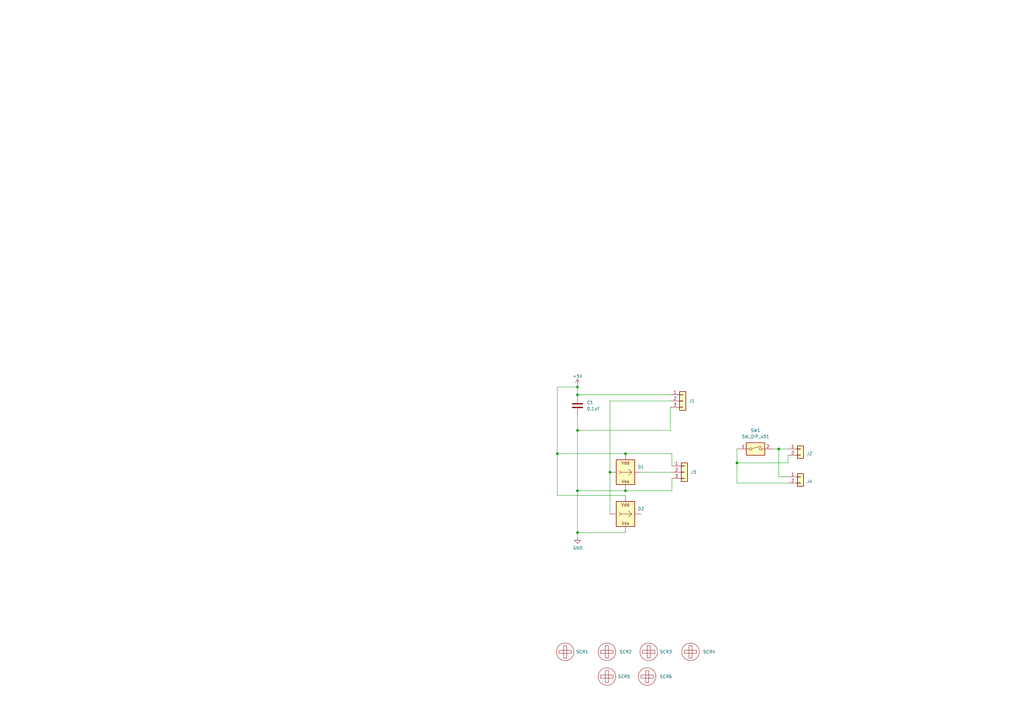
<source format=kicad_sch>
(kicad_sch (version 20211123) (generator eeschema)
  (paper "A3")
  (lib_symbols
    (symbol "Connector_Generic:Conn_01x02" (pin_names (offset 1.016) hide)
      (property "Reference" "J" (at 0 2.54 0))
      (property "Value" "Conn_01x02" (at 0 -5.08 0))
      (symbol "Conn_01x02_1_1"
        (rectangle (start -1.27 -2.413) (end 0 -2.667) (stroke (width 0.1524)))
        (rectangle (start -1.27 0.127) (end 0 -0.127) (stroke (width 0.1524)))
        (rectangle (start -1.27 1.27) (end 1.27 -3.81) (stroke (width 0.254)) (fill (type background)))
        (pin passive line (at -5.08 0 0) (length 3.81) (name "Pin_1") (number "1"))
        (pin passive line (at -5.08 -2.54 0) (length 3.81) (name "Pin_2") (number "2"))
      )
    )
    (symbol "Connector_Generic:Conn_01x03" (pin_names (offset 1.016) hide)
      (property "Reference" "J" (at 0 5.08 0))
      (property "Value" "Conn_01x03" (at 0 -5.08 0))
      (symbol "Conn_01x03_1_1"
        (rectangle (start -1.27 -2.413) (end 0 -2.667) (stroke (width 0.1524)))
        (rectangle (start -1.27 0.127) (end 0 -0.127) (stroke (width 0.1524)))
        (rectangle (start -1.27 2.667) (end 0 2.413) (stroke (width 0.1524)))
        (rectangle (start -1.27 3.81) (end 1.27 -3.81) (stroke (width 0.254)) (fill (type background)))
        (pin passive line (at -5.08 2.54 0) (length 3.81) (name "Pin_1") (number "1"))
        (pin passive line (at -5.08 0 0) (length 3.81) (name "Pin_2") (number "2"))
        (pin passive line (at -5.08 -2.54 0) (length 3.81) (name "Pin_3") (number "3"))
      )
    )
    (symbol "Device:C" (pin_numbers hide) (pin_names (offset 0.254))
      (property "Reference" "C" (at 0.635 2.54 0))
      (property "Value" "C" (at 0.635 -2.54 0))
      (symbol "C_0_1"
        (polyline (pts (xy -2.032 -0.762) (xy 2.032 -0.762)) (stroke (width 0.508)))
        (polyline (pts (xy -2.032 0.762) (xy 2.032 0.762)) (stroke (width 0.508)))
      )
      (symbol "C_1_1"
        (pin passive line (at 0 3.81 270) (length 2.794) (name "~") (number "1"))
        (pin passive line (at 0 -3.81 90) (length 2.794) (name "~") (number "2"))
      )
    )
    (symbol "Switch:SW_DIP_x01" (pin_names (offset 0) hide)
      (property "Reference" "SW" (at 0 3.81 0))
      (property "Value" "SW_DIP_x01" (at 0 -3.81 0))
      (symbol "SW_DIP_x01_0_0"
        (circle (center -2.032 0) (radius 0.508))
        (polyline (pts (xy -1.524 0.127) (xy 2.3622 1.1684)))
        (circle (center 2.032 0) (radius 0.508))
      )
      (symbol "SW_DIP_x01_0_1"
        (rectangle (start -3.81 2.54) (end 3.81 -2.54) (stroke (width 0.254)) (fill (type background)))
      )
      (symbol "SW_DIP_x01_1_1"
        (pin passive line (at -7.62 0 0) (length 5.08) (name "~") (number "1"))
        (pin passive line (at 7.62 0 180) (length 5.08) (name "~") (number "2"))
      )
    )
    (symbol "iidx_teeny:ScrewHole" (pin_names (offset 0) hide)
      (property "Reference" "SCR?" (at 0.635 -5.715 0))
      (symbol "ScrewHole_0_1"
        (rectangle (start -2.54 0.635) (end 2.54 -0.635))
        (rectangle (start -0.635 2.54) (end 0.635 -2.54))
        (circle (center 0 0) (radius 3.5921))
      )
    )
    (symbol "mai_button:WS2812B_Unified" (pin_numbers hide) (pin_names (offset 0.254) hide)
      (property "Reference" "D10" (at 2.54 6.35 0))
      (symbol "WS2812B_Unified_0_0"
        (polyline (pts (xy -1.905 0) (xy 2.54 0) (xy 1.27 1.27)))
        (text "Vdd" (at 0 3.81 0) (effects (font (size 1.27 1.27))))
        (text "Vss" (at 0 -3.81 0) (effects (font (size 1.27 1.27))))
      )
      (symbol "WS2812B_Unified_0_1"
        (rectangle (start -3.81 5.08) (end 3.81 -5.08) (stroke (width 0.254)) (fill (type background)))
        (polyline (pts (xy 1.27 -1.27) (xy 2.54 0)))
        (polyline (pts (xy -2.54 0.635) (xy -1.905 0) (xy -2.54 -0.635)))
      )
      (symbol "WS2812B_Unified_1_1"
        (pin power_in line (at 0 -7.62 90) (length 2.54) (name "VSS") (number "G"))
        (pin input line (at -6.35 0 0) (length 2.54) (name "In") (number "I"))
        (pin output line (at 6.35 0 180) (length 2.54) (name "Out") (number "O"))
        (pin power_in line (at 0 7.62 270) (length 2.54) (name "VDD") (number "V"))
      )
    )
    (symbol "power:+5V" (power) (pin_names (offset 0))
      (property "Value" "+5V" (at 0 3.556 0))
      (symbol "+5V_0_1"
        (polyline (pts (xy -0.762 1.27) (xy 0 2.54)))
        (polyline (pts (xy 0 0) (xy 0 2.54)))
        (polyline (pts (xy 0 2.54) (xy 0.762 1.27)))
      )
      (symbol "+5V_1_1"
        (pin power_in line (at 0 0 90) (length 0) hide (name "+5V") (number "1"))
      )
    )
    (symbol "power:GND" (power) (pin_names (offset 0))
      (property "Value" "GND" (at 0 -3.81 0))
      (symbol "GND_0_1"
        (polyline (pts (xy 0 0) (xy 0 -1.27) (xy 1.27 -1.27) (xy 0 -2.54) (xy -1.27 -1.27) (xy 0 -1.27)))
      )
      (symbol "GND_1_1"
        (pin power_in line (at 0 0 270) (length 0) hide (name "GND") (number "1"))
      )
    )
  )
  (junction (at 236.855 158.75))
  (junction (at 228.6 186.055))
  (junction (at 319.405 184.15))
  (junction (at 256.54 186.055))
  (junction (at 236.855 161.925))
  (junction (at 302.26 189.865))
  (junction (at 256.54 201.295))
  (junction (at 236.855 218.44))
  (junction (at 236.855 201.295))
  (junction (at 250.19 193.675))
  (junction (at 236.855 176.53))
  (wire (pts (xy 228.6 203.2) (xy 228.6 186.055)))
  (wire (pts (xy 323.215 184.15) (xy 319.405 184.15)))
  (wire (pts (xy 302.26 184.15) (xy 302.26 189.865)))
  (wire (pts (xy 323.215 189.865) (xy 323.215 186.69)))
  (wire (pts (xy 256.54 186.055) (xy 228.6 186.055)))
  (wire (pts (xy 236.855 201.295) (xy 236.855 176.53)))
  (wire (pts (xy 302.26 189.865) (xy 323.215 189.865)))
  (wire (pts (xy 256.54 203.2) (xy 228.6 203.2)))
  (wire (pts (xy 236.855 176.53) (xy 236.855 170.18)))
  (wire (pts (xy 236.855 201.295) (xy 256.54 201.295)))
  (wire (pts (xy 228.6 186.055) (xy 228.6 158.75)))
  (wire (pts (xy 250.19 164.465) (xy 250.19 193.675)))
  (wire (pts (xy 274.955 167.005) (xy 274.955 176.53)))
  (wire (pts (xy 236.855 161.925) (xy 274.955 161.925)))
  (wire (pts (xy 236.855 220.345) (xy 236.855 218.44)))
  (wire (pts (xy 274.955 164.465) (xy 250.19 164.465)))
  (wire (pts (xy 302.26 198.12) (xy 323.215 198.12)))
  (wire (pts (xy 319.405 195.58) (xy 323.215 195.58)))
  (wire (pts (xy 236.855 158.115) (xy 236.855 158.75)))
  (wire (pts (xy 275.59 201.295) (xy 256.54 201.295)))
  (wire (pts (xy 250.19 193.675) (xy 250.19 210.82)))
  (wire (pts (xy 319.405 184.15) (xy 317.5 184.15)))
  (wire (pts (xy 275.59 186.055) (xy 275.59 191.135)))
  (wire (pts (xy 228.6 158.75) (xy 236.855 158.75)))
  (wire (pts (xy 236.855 158.75) (xy 236.855 161.925)))
  (wire (pts (xy 236.855 218.44) (xy 236.855 201.295)))
  (wire (pts (xy 236.855 161.925) (xy 236.855 162.56)))
  (wire (pts (xy 236.855 218.44) (xy 256.54 218.44)))
  (wire (pts (xy 275.59 196.215) (xy 275.59 201.295)))
  (wire (pts (xy 274.955 176.53) (xy 236.855 176.53)))
  (wire (pts (xy 319.405 184.15) (xy 319.405 195.58)))
  (wire (pts (xy 256.54 186.055) (xy 275.59 186.055)))
  (wire (pts (xy 302.26 189.865) (xy 302.26 198.12)))
  (wire (pts (xy 262.89 193.675) (xy 275.59 193.675)))
  (symbol (lib_id "iidx_teeny:ScrewHole") (at 248.92 277.495 0) (unit 1)
    (property "Reference" "SCR5" (at 253.365 277.4949 0) (effects (justify left)))
    (property "Value" "ScrewHole" (effects hide))
    (property "Footprint" "mai_button:Hole4.0" (effects hide))
  )
  (symbol (lib_id "mai_button:WS2812B_Unified") (at 256.54 210.82 0) (unit 1)
    (property "Reference" "D2" (at 262.89 208.661 0))
    (property "Value" "WS2812B_Unified" (effects hide))
    (property "Footprint" "mai_button:WS2812B-2835" (effects hide))
  )
  (symbol (lib_id "mai_button:WS2812B_Unified") (at 256.54 193.675 0) (unit 1)
    (property "Reference" "D1" (at 262.89 191.516 0))
    (property "Value" "WS2812B_Unified" (effects hide))
    (property "Footprint" "mai_button:WS2812B-2835" (effects hide))
  )
  (symbol (lib_id "iidx_teeny:ScrewHole") (at 248.92 267.335 0) (unit 1)
    (property "Reference" "SCR2" (at 254 267.3349 0) (effects (justify left)))
    (property "Value" "ScrewHole" (effects hide))
    (property "Footprint" "mai_button:Hole2.5" (effects hide))
  )
  (symbol (lib_id "Switch:SW_DIP_x01") (at 309.88 184.15 0) (unit 1)
    (property "Reference" "SW1" (at 309.88 176.53 0))
    (property "Value" "SW_DIP_x01" (at 309.88 179.07 0))
    (property "Footprint" "mai_button:SW_Kailh_Choc_V1V2_1.00u_LED" (effects hide))
  )
  (symbol (lib_id "iidx_teeny:ScrewHole") (at 265.43 277.495 0) (unit 1)
    (property "Reference" "SCR6" (at 270.51 277.4949 0) (effects (justify left)))
    (property "Value" "ScrewHole" (effects hide))
    (property "Footprint" "mai_button:Hole4.0" (effects hide))
  )
  (symbol (lib_id "Connector_Generic:Conn_01x03") (at 280.67 193.675 0) (unit 1)
    (property "Reference" "J3" (at 283.21 193.675 0) (effects (justify left)))
    (property "Value" "Conn_01x03" (effects hide))
    (property "Footprint" "mai_button:Solder_3P" (effects hide))
  )
  (symbol (lib_id "Connector_Generic:Conn_01x02") (at 328.295 195.58 0) (unit 1)
    (property "Reference" "J4" (at 330.835 197.485 0) (effects (justify left)))
    (property "Value" "Conn_01x02" (effects hide))
    (property "Footprint" "mai_button:Solder_2P" (effects hide))
  )
  (symbol (lib_id "Connector_Generic:Conn_01x03") (at 280.035 164.465 0) (unit 1)
    (property "Reference" "J1" (at 282.575 164.465 0) (effects (justify left)))
    (property "Value" "Conn_01x03" (effects hide))
    (property "Footprint" "mai_button:Solder_3P" (effects hide))
  )
  (symbol (lib_id "Device:C") (at 236.855 166.37 0) (unit 1)
    (property "Reference" "C1" (at 240.665 165.0999 0) (effects (justify left)))
    (property "Value" "0.1uF" (at 240.665 167.6399 0) (effects (justify left)))
    (property "Footprint" "Capacitor_SMD:C_0603_1608Metric_Pad1.08x0.95mm_HandSolder" (effects hide))
  )
  (symbol (lib_id "power:+5V") (at 236.855 158.115 0) (unit 1)
    (property "Reference" "#PWR0107" (effects hide))
    (property "Value" "+5V" (at 236.855 154.305 0))
  )
  (symbol (lib_id "power:GND") (at 236.855 220.345 0) (unit 1)
    (property "Reference" "#PWR0106" (effects hide))
    (property "Value" "GND" (at 236.982 224.7392 0))
  )
  (symbol (lib_id "Connector_Generic:Conn_01x02") (at 328.295 184.15 0) (unit 1)
    (property "Reference" "J2" (at 330.835 186.055 0) (effects (justify left)))
    (property "Value" "Conn_01x02" (effects hide))
    (property "Footprint" "mai_button:Solder_2P" (effects hide))
  )
  (symbol (lib_id "iidx_teeny:ScrewHole") (at 283.21 267.335 0) (unit 1)
    (property "Reference" "SCR4" (at 288.29 267.3349 0) (effects (justify left)))
    (property "Value" "ScrewHole" (effects hide))
    (property "Footprint" "mai_button:Hole2.5" (effects hide))
  )
  (symbol (lib_id "iidx_teeny:ScrewHole") (at 231.775 267.335 0) (unit 1)
    (property "Reference" "SCR1" (at 236.22 267.3349 0) (effects (justify left)))
    (property "Value" "ScrewHole" (effects hide))
    (property "Footprint" "mai_button:Hole2.5" (effects hide))
  )
  (symbol (lib_id "iidx_teeny:ScrewHole") (at 266.065 267.335 0) (unit 1)
    (property "Reference" "SCR3" (at 270.51 267.3349 0) (effects (justify left)))
    (property "Value" "ScrewHole" (effects hide))
    (property "Footprint" "mai_button:Hole2.5" (effects hide))
  )
)
</source>
